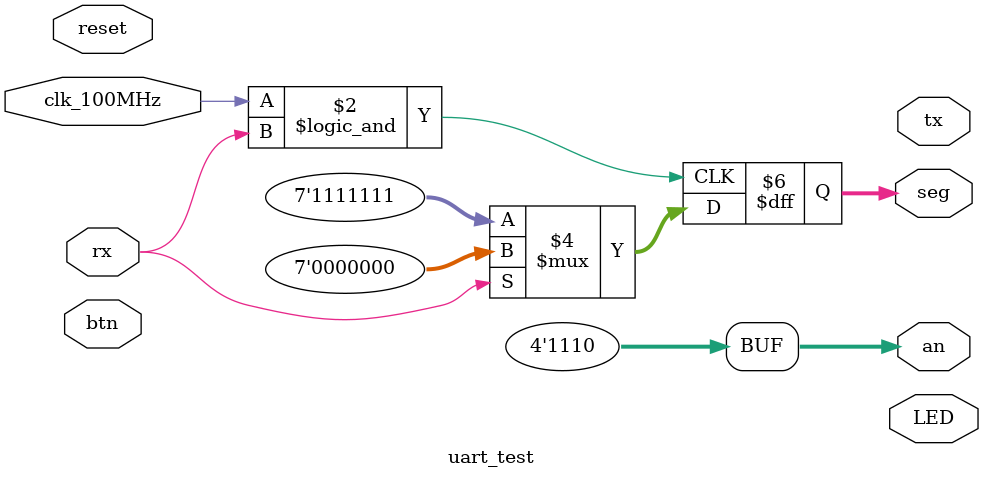
<source format=v>
`timescale 1ns / 1ps

module uart_test(
    input clk_100MHz,       // basys 3 FPGA clock signal
    input reset,            // btnR    
    input rx,               // USB-RS232 Rx
    input btn,              // btnL (read and write FIFO operation)
    output tx,              // USB-RS232 Tx
    output [3:0] an,        // 7 segment display digits
    output reg[0:6] seg,       // 7 segment display segments
    output [7:0] LED        // data byte display
    );
    
//    // Connection Signals
//    wire rx_full, rx_empty, btn_tick;
//    wire [7:0] rec_data, rec_data1;
    
//    // Complete UART Core
//    uart_top UART_UNIT
//        (
//            .clk_100MHz(clk_100MHz),
//            .reset(reset),
//            .read_uart(rx),
//            .write_uart(rx),
//            .rx(rx),
//            .write_data(rec_data1),
//            .rx_full(rx_full),
//            .rx_empty(rx_empty),
//            .read_data(rec_data),
//            .tx(tx)
//        );
    
//    // Button Debouncer
//    debounce_explicit BUTTON_DEBOUNCER
//        (
//            .clk_100MHz(clk_100MHz),
//            .reset(reset),
//            .btn(btn),         
//            .db_level(),  
//            .db_tick(btn_tick)
//        );
    
//    // Signal Logic    
//    assign rec_data1 = rec_data;    // add 1 to ascii value of received data (to transmit)
    
    // Output Logic
//    assign LED = rec_data;  
    assign an = 4'b1110;                // using only one 7 segment digit 
    
    always @(posedge clk_100MHz && rx) 
    begin
        if (rx) seg = 7'b0000000;
        else seg = 7'b1111111;
    end
endmodule
</source>
